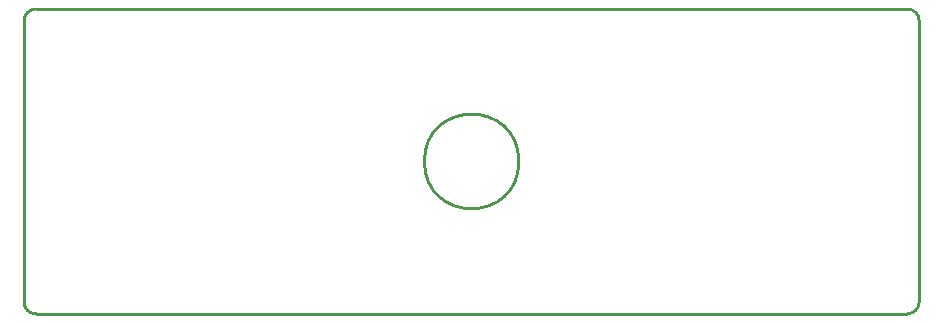
<source format=gm1>
G04*
G04 #@! TF.GenerationSoftware,Altium Limited,Altium Designer,24.7.2 (38)*
G04*
G04 Layer_Color=16711935*
%FSLAX44Y44*%
%MOMM*%
G71*
G04*
G04 #@! TF.SameCoordinates,5F2224E1-EEEE-49E5-A837-5A6DF9339696*
G04*
G04*
G04 #@! TF.FilePolarity,Positive*
G04*
G01*
G75*
%ADD11C,0.2540*%
D11*
X1758000Y1248000D02*
G03*
X1748000Y1258000I-10000J0D01*
G01*
Y1000000D02*
G03*
X1758000Y1010000I-0J10000D01*
G01*
X1000000D02*
G03*
X1010000Y1000000I10000J0D01*
G01*
Y1258000D02*
G03*
X1000000Y1248000I0J-10000D01*
G01*
X1419000Y1129000D02*
G03*
X1419000Y1129000I-40000J0D01*
G01*
X1010000Y1258000D02*
X1748000D01*
X1000000Y1010000D02*
Y1248000D01*
X1010000Y1000000D02*
X1748000D01*
X1758000Y1010000D02*
Y1248000D01*
M02*

</source>
